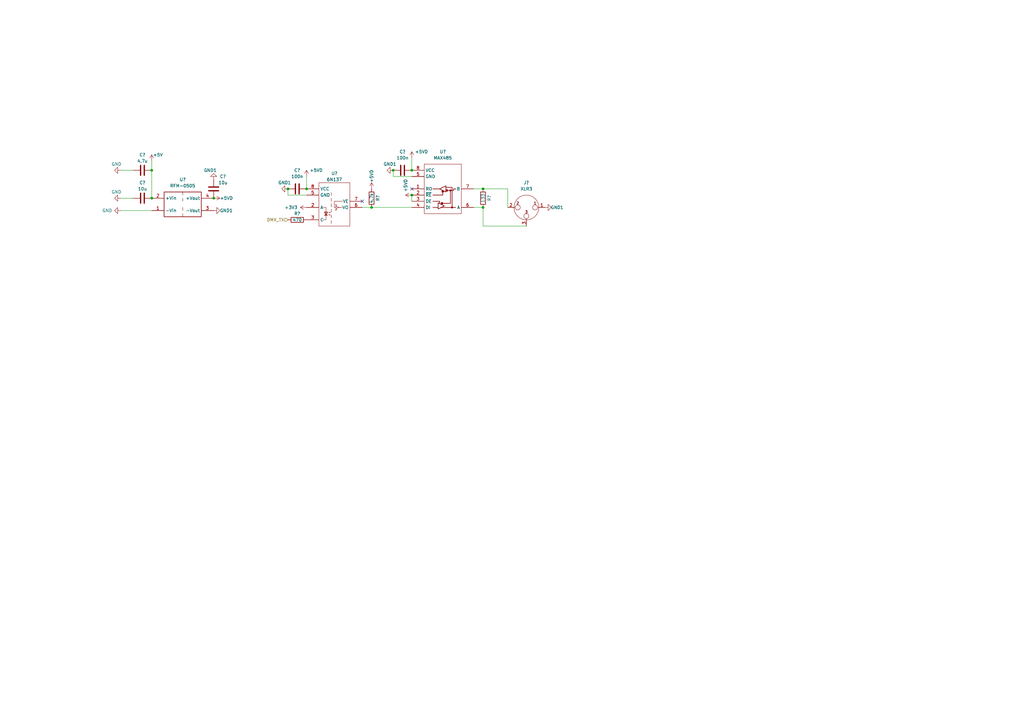
<source format=kicad_sch>
(kicad_sch (version 20211123) (generator eeschema)
  (paper "A3")
  (lib_symbols
    (symbol "Connector:XLR3" (pin_names hide)
      (property "Reference" "J4" (at 0 10.16 0))
      (property "Value" "XLR3" (at 0 7.62 0))
      (symbol "XLR3_0_1"
        (circle (center -3.556 0) (radius 1.016))
        (circle (center 0 -3.556) (radius 1.016))
        (polyline (pts (xy -5.08 0) (xy -4.572 0)))
        (polyline (pts (xy 0 -5.08) (xy 0 -4.572)))
        (polyline (pts (xy 5.08 0) (xy 4.572 0)))
        (circle (center 0 0) (radius 5.08))
        (circle (center 3.556 0) (radius 1.016))
        (text "1" (at -3.556 1.778 0) (effects (font (size 1.016 1.016) bold)))
        (text "2" (at 3.556 1.778 0) (effects (font (size 1.016 1.016) bold)))
        (text "3" (at 0 -1.778 0) (effects (font (size 1.016 1.016) bold)))
        (pin passive line (at -7.62 0 0) (length 2.54) (name "~") (number "1"))
        (pin passive line (at 7.62 0 180) (length 2.54) (name "~") (number "2"))
        (pin passive line (at 0 -7.62 90) (length 2.54) (name "~") (number "3"))
      )
    )
    (symbol "Device:C" (pin_numbers hide) (pin_names (offset 0.254))
      (property "Reference" "C" (at 0.635 2.54 0))
      (property "Value" "C" (at 0.635 -2.54 0))
      (symbol "C_0_1"
        (polyline (pts (xy -2.032 -0.762) (xy 2.032 -0.762)) (stroke (width 0.508)))
        (polyline (pts (xy -2.032 0.762) (xy 2.032 0.762)) (stroke (width 0.508)))
      )
      (symbol "C_1_1"
        (pin passive line (at 0 3.81 270) (length 2.794) (name "~") (number "1"))
        (pin passive line (at 0 -3.81 90) (length 2.794) (name "~") (number "2"))
      )
    )
    (symbol "Device:R" (pin_numbers hide) (pin_names (offset 0))
      (property "Reference" "R" (at 2.032 0 90))
      (property "Value" "R" (at 0 0 90))
      (symbol "R_0_1"
        (rectangle (start -1.016 -2.54) (end 1.016 2.54) (stroke (width 0.254)))
      )
      (symbol "R_1_1"
        (pin passive line (at 0 3.81 270) (length 1.27) (name "~") (number "1"))
        (pin passive line (at 0 -3.81 90) (length 1.27) (name "~") (number "2"))
      )
    )
    (symbol "igor_lib:6N137"
      (property "Reference" "U11" (at 6.35 21.59 0))
      (property "Value" "6N137" (at 6.35 19.05 0))
      (symbol "6N137_0_1"
        (polyline (pts (xy 6.985 8.89) (xy 6.985 6.35)))
        (polyline (pts (xy 9.652 7.62) (xy 8.7376 7.62)))
        (polyline (pts (xy 1.7526 2.54) (xy 2.8956 2.54) (xy 2.8956 7.62) (xy 1.7526 7.62)))
        (polyline (pts (xy 9.652 10.16) (xy 6.35 10.16) (xy 6.35 7.62) (xy 6.985 7.62)))
        (arc (start 6.985 8.89) (mid 6.087 6.722) (end 8.255 7.62))
        (arc (start 8.255 7.62) (mid 6.087 8.518) (end 6.985 6.35))
        (circle (center 8.509 7.62) (radius 0.1796) (stroke (width 0.05)))
      )
      (symbol "6N137_1_1"
        (polyline (pts (xy 2.2606 4.445) (xy 3.5306 4.445)) (stroke (width 0.254)))
        (polyline (pts (xy 5.0546 2.286) (xy 5.0546 1.016)))
        (polyline (pts (xy 5.0546 4.572) (xy 5.0546 3.302)))
        (polyline (pts (xy 5.0546 6.858) (xy 5.0546 5.588)))
        (polyline (pts (xy 5.0546 9.144) (xy 5.0546 7.874)))
        (polyline (pts (xy 5.0546 11.43) (xy 5.0546 10.16)))
        (polyline (pts (xy 5.0546 13.716) (xy 5.0546 12.446)))
        (polyline (pts (xy 2.8956 4.445) (xy 2.2606 5.715) (xy 3.5306 5.715) (xy 2.8956 4.445)) (stroke (width 0.254)))
        (polyline (pts (xy 3.9116 4.572) (xy 4.6736 4.572) (xy 4.2926 4.445) (xy 4.2926 4.699) (xy 4.6736 4.572)) (stroke (width 0.127)))
        (polyline (pts (xy 3.9116 5.588) (xy 4.6736 5.588) (xy 4.2926 5.461) (xy 4.2926 5.715) (xy 4.6736 5.588)) (stroke (width 0.127)))
        (rectangle (start 0 17.78) (end 12.7 0))
        (pin no_connect line (at -5.08 10.16 0) (length 5.08) hide (name "NC") (number "1"))
        (pin passive line (at -5.08 7.62 0) (length 5.08) (name "A") (number "2"))
        (pin passive line (at -5.08 2.54 0) (length 5.08) (name "C") (number "3"))
        (pin no_connect line (at -5.08 10.16 0) (length 5.08) hide (name "NC") (number "4"))
        (pin power_in line (at -5.08 12.7 0) (length 5.08) (name "GND") (number "5"))
        (pin open_collector line (at 17.78 7.62 180) (length 5.08) (name "VO") (number "6"))
        (pin input line (at 17.78 10.16 180) (length 5.08) (name "VE") (number "7"))
        (pin power_in line (at -5.08 15.24 0) (length 5.08) (name "VCC") (number "8"))
      )
    )
    (symbol "igor_lib:MAX485"
      (property "Reference" "U?" (at 7.62 24.13 0))
      (property "Value" "MAX485" (at 7.62 21.59 0))
      (symbol "MAX485_0_1"
        (polyline (pts (xy 3.556 2.54) (xy 5.715 2.54)) (stroke (width 0.254)))
        (polyline (pts (xy 3.556 10.16) (xy 6.35 10.16)) (stroke (width 0.254)))
        (polyline (pts (xy 6.35 4.4196) (xy 6.35 4.1656)) (stroke (width 0.254)))
        (polyline (pts (xy 6.985 2.54) (xy 12.954 2.54)) (stroke (width 0.254)))
        (polyline (pts (xy 3.556 5.08) (xy 6.35 5.08) (xy 6.35 4.445)) (stroke (width 0.254)))
        (polyline (pts (xy 7.62 8.89) (xy 7.62 7.62) (xy 3.556 7.62)) (stroke (width 0.254)))
        (polyline (pts (xy 8.89 10.795) (xy 11.43 10.795) (xy 11.43 2.54)) (stroke (width 0.254)))
        (polyline (pts (xy 10.7442 9.6266) (xy 10.7442 4.2418) (xy 7.747 4.2418)) (stroke (width 0.254)))
        (polyline (pts (xy 5.715 4.445) (xy 5.715 1.905) (xy 8.255 3.175) (xy 5.715 4.445)) (stroke (width 0.254)))
        (polyline (pts (xy 6.35 10.16) (xy 8.89 11.43) (xy 8.89 8.89) (xy 6.35 10.16)) (stroke (width 0.254)))
        (polyline (pts (xy 9.525 9.525) (xy 12.065 9.525) (xy 12.065 10.16) (xy 12.954 10.16)) (stroke (width 0.254)))
        (rectangle (start 0 20.32) (end 15.24 0))
        (circle (center 7.2898 4.2418) (radius 0.3556) (stroke (width 0.254)) (fill (type outline)))
        (circle (center 7.5946 9.1186) (radius 0.3556) (stroke (width 0.254)) (fill (type outline)))
        (rectangle (start 8.89 10.795) (end 8.89 10.795))
        (circle (center 9.271 9.525) (radius 0.3556) (stroke (width 0.254)) (fill (type outline)))
        (circle (center 10.7442 9.525) (radius 0.3556) (stroke (width 0.0025)) (fill (type outline)))
        (circle (center 11.43 2.54) (radius 0.3556) (stroke (width 0.0025)) (fill (type outline)))
      )
      (symbol "MAX485_1_1"
        (pin output line (at -5.08 10.16 0) (length 5.08) (name "RO") (number "1"))
        (pin input line (at -5.08 7.62 0) (length 5.08) (name "~{RE}") (number "2"))
        (pin input line (at -5.08 5.08 0) (length 5.08) (name "DE") (number "3"))
        (pin input line (at -5.08 2.54 0) (length 5.08) (name "DI") (number "4"))
        (pin power_in line (at -5.08 15.24 0) (length 5.08) (name "GND") (number "5"))
        (pin bidirectional line (at 20.32 2.54 180) (length 5.08) (name "A") (number "6"))
        (pin bidirectional line (at 20.32 10.16 180) (length 5.08) (name "B") (number "7"))
        (pin power_in line (at -5.08 17.78 0) (length 5.08) (name "VCC") (number "8"))
      )
    )
    (symbol "igor_lib:RFM-0505"
      (property "Reference" "U?" (at 7.62 13.97 0))
      (property "Value" "RFM-0505" (at 7.62 11.43 0))
      (symbol "RFM-0505_0_0"
        (pin power_in line (at -5.08 2.54 0) (length 5.08) (name "-Vin") (number "1"))
        (pin power_in line (at -5.08 7.62 0) (length 5.08) (name "+Vin") (number "2"))
        (pin power_out line (at 20.32 2.54 180) (length 5.08) (name "-Vout") (number "3"))
        (pin power_out line (at 20.32 7.62 180) (length 5.08) (name "+Vout") (number "4"))
      )
      (symbol "RFM-0505_0_1"
        (polyline (pts (xy 7.62 1.27) (xy 7.62 0)))
        (polyline (pts (xy 7.62 3.81) (xy 7.62 2.54)))
        (polyline (pts (xy 7.62 7.62) (xy 7.62 6.35)))
        (polyline (pts (xy 7.62 10.16) (xy 7.62 8.89)))
        (rectangle (start 0 10.16) (end 15.24 0) (stroke (width 0.254)))
      )
    )
    (symbol "power:+3.3V" (power) (pin_names (offset 0))
      (property "Value" "+3.3V" (at 0 3.556 0))
      (symbol "+3.3V_0_1"
        (polyline (pts (xy -0.762 1.27) (xy 0 2.54)))
        (polyline (pts (xy 0 0) (xy 0 2.54)))
        (polyline (pts (xy 0 2.54) (xy 0.762 1.27)))
      )
      (symbol "+3.3V_1_1"
        (pin power_in line (at 0 0 90) (length 0) hide (name "+3V3") (number "1"))
      )
    )
    (symbol "power:+5V" (power) (pin_names (offset 0))
      (property "Value" "+5V" (at 0 3.556 0))
      (symbol "+5V_0_1"
        (polyline (pts (xy -0.762 1.27) (xy 0 2.54)))
        (polyline (pts (xy 0 0) (xy 0 2.54)))
        (polyline (pts (xy 0 2.54) (xy 0.762 1.27)))
      )
      (symbol "+5V_1_1"
        (pin power_in line (at 0 0 90) (length 0) hide (name "+5V") (number "1"))
      )
    )
    (symbol "power:+5VD" (power) (pin_names (offset 0))
      (property "Value" "+5VD" (at 0 3.556 0))
      (symbol "+5VD_0_1"
        (polyline (pts (xy -0.762 1.27) (xy 0 2.54)))
        (polyline (pts (xy 0 0) (xy 0 2.54)))
        (polyline (pts (xy 0 2.54) (xy 0.762 1.27)))
      )
      (symbol "+5VD_1_1"
        (pin power_in line (at 0 0 90) (length 0) hide (name "+5VD") (number "1"))
      )
    )
    (symbol "power:GND" (power) (pin_names (offset 0))
      (property "Value" "GND" (at 0 -3.81 0))
      (symbol "GND_0_1"
        (polyline (pts (xy 0 0) (xy 0 -1.27) (xy 1.27 -1.27) (xy 0 -2.54) (xy -1.27 -1.27) (xy 0 -1.27)))
      )
      (symbol "GND_1_1"
        (pin power_in line (at 0 0 270) (length 0) hide (name "GND") (number "1"))
      )
    )
    (symbol "power:GND1" (power) (pin_names (offset 0))
      (property "Value" "GND1" (at 0 -3.81 0))
      (symbol "GND1_0_1"
        (polyline (pts (xy 0 0) (xy 0 -1.27) (xy 1.27 -1.27) (xy 0 -2.54) (xy -1.27 -1.27) (xy 0 -1.27)))
      )
      (symbol "GND1_1_1"
        (pin power_in line (at 0 0 270) (length 0) hide (name "GND1") (number "1"))
      )
    )
  )
  (junction (at 125.73 77.47))
  (junction (at 152.4 85.09))
  (junction (at 87.63 81.28))
  (junction (at 62.23 69.85))
  (junction (at 62.23 81.28))
  (junction (at 118.11 77.47))
  (junction (at 161.29 69.85))
  (junction (at 168.91 80.01))
  (junction (at 198.12 85.09))
  (junction (at 198.12 77.47))
  (junction (at 168.91 69.85))
  (no_connect (at 168.91 77.47))
  (no_connect (at 148.59 82.55))
  (wire (pts (xy 161.29 72.39) (xy 161.29 69.85)))
  (wire (pts (xy 152.4 85.09) (xy 168.91 85.09)))
  (wire (pts (xy 168.91 80.01) (xy 168.91 82.55)))
  (wire (pts (xy 148.59 85.09) (xy 152.4 85.09)))
  (wire (pts (xy 118.11 80.01) (xy 118.11 77.47)))
  (wire (pts (xy 62.23 69.85) (xy 62.23 81.28)))
  (wire (pts (xy 194.31 77.47) (xy 198.12 77.47)))
  (wire (pts (xy 198.12 77.47) (xy 208.28 77.47)))
  (wire (pts (xy 49.53 86.36) (xy 62.23 86.36)))
  (wire (pts (xy 168.91 72.39) (xy 161.29 72.39)))
  (wire (pts (xy 198.12 85.09) (xy 198.12 92.71)))
  (wire (pts (xy 125.73 72.39) (xy 125.73 77.47)))
  (wire (pts (xy 125.73 80.01) (xy 118.11 80.01)))
  (wire (pts (xy 168.91 64.77) (xy 168.91 69.85)))
  (wire (pts (xy 49.53 81.28) (xy 54.61 81.28)))
  (wire (pts (xy 208.28 85.09) (xy 208.28 77.47)))
  (wire (pts (xy 198.12 92.71) (xy 215.9 92.71)))
  (wire (pts (xy 62.23 66.04) (xy 62.23 69.85)))
  (wire (pts (xy 49.53 69.85) (xy 54.61 69.85)))
  (wire (pts (xy 194.31 85.09) (xy 198.12 85.09)))
  (hierarchical_label "DMX_TX" (shape input) (at 118.11 90.17 180))
  (symbol (lib_id "Connector:XLR3") (at 215.9 85.09 0) (mirror y) (unit 1)
    (property "Reference" "J?" (at 215.9 74.93 0))
    (property "Value" "XLR3" (at 215.9 77.47 0))
    (property "Footprint" "igor_footprint_lib:TRAPC3MX" (effects hide))
    (property "Datasheet" " ~" (effects hide))
  )
  (symbol (lib_id "power:GND1") (at 223.52 85.09 90) (unit 1)
    (property "Reference" "#PWR?" (effects hide))
    (property "Value" "GND1" (at 231.14 85.09 90) (effects (justify left)))
  )
  (symbol (lib_id "power:GND1") (at 118.11 77.47 270) (mirror x) (unit 1)
    (property "Reference" "#PWR?" (effects hide))
    (property "Value" "GND1" (at 119.38 74.93 90) (effects (justify right)))
  )
  (symbol (lib_id "igor_lib:6N137") (at 130.81 92.71 0) (unit 1)
    (property "Reference" "U?" (at 137.16 71.12 0))
    (property "Value" "6N137" (at 137.16 73.66 0))
    (property "Footprint" "Package_SO:SSO-8_6.7x9.8mm_P2.54mm_Clearance8mm" (effects hide))
    (property "Datasheet" "https://docs.broadcom.com/docs/AV02-0940EN" (effects hide))
    (property "LCSC" "C92651" (effects hide))
  )
  (symbol (lib_id "power:GND1") (at 87.63 86.36 90) (mirror x) (unit 1)
    (property "Reference" "#PWR?" (effects hide))
    (property "Value" "GND1" (at 90.17 86.36 90) (effects (justify right)))
  )
  (symbol (lib_id "power:+3.3V") (at 125.73 85.09 90) (unit 1)
    (property "Reference" "#PWR?" (effects hide))
    (property "Value" "+3.3V" (at 119.38 85.09 90))
  )
  (symbol (lib_id "power:+5VD") (at 87.63 81.28 270) (unit 1)
    (property "Reference" "#PWR?" (effects hide))
    (property "Value" "+5VD" (at 90.17 81.28 90) (effects (justify left)))
  )
  (symbol (lib_id "Device:C") (at 58.42 81.28 90) (unit 1)
    (property "Reference" "C?" (at 58.42 74.93 90))
    (property "Value" "10u" (at 58.42 77.47 90))
    (property "Footprint" "Capacitor_SMD:C_0402_1005Metric" (effects hide))
    (property "LCSC" "C23733" (effects hide))
  )
  (symbol (lib_id "igor_lib:MAX485") (at 173.99 87.63 0) (unit 1)
    (property "Reference" "U?" (at 181.61 62.23 0))
    (property "Value" "MAX485" (at 181.61 64.77 0))
    (property "Footprint" "Package_SO:SO-8_3.9x4.9mm_P1.27mm" (effects hide))
    (property "LCSC" "C19738" (effects hide))
  )
  (symbol (lib_id "power:GND1") (at 87.63 73.66 0) (mirror x) (unit 1)
    (property "Reference" "#PWR?" (effects hide))
    (property "Value" "GND1" (at 88.9 69.85 0) (effects (justify right)))
  )
  (symbol (lib_id "Device:C") (at 58.42 69.85 90) (unit 1)
    (property "Reference" "C?" (at 58.42 63.5 90))
    (property "Value" "4.7u" (at 58.42 66.04 90))
    (property "Footprint" "Capacitor_SMD:C_0402_1005Metric" (effects hide))
    (property "LCSC" "C23733" (effects hide))
  )
  (symbol (lib_id "power:GND") (at 49.53 81.28 270) (unit 1)
    (property "Reference" "#PWR?" (effects hide))
    (property "Value" "GND" (at 45.72 78.74 90) (effects (justify left)))
  )
  (symbol (lib_id "power:+5V") (at 62.23 66.04 0) (unit 1)
    (property "Reference" "#PWR?" (effects hide))
    (property "Value" "+5V" (at 64.77 63.5 0))
  )
  (symbol (lib_id "Device:C") (at 165.1 69.85 90) (unit 1)
    (property "Reference" "C?" (at 165.1 62.23 90))
    (property "Value" "100n" (at 165.1 64.77 90))
    (property "Footprint" "Capacitor_SMD:C_0402_1005Metric" (effects hide))
    (property "LCSC" "C1525" (effects hide))
  )
  (symbol (lib_id "power:+5VD") (at 168.91 80.01 90) (unit 1)
    (property "Reference" "#PWR?" (effects hide))
    (property "Value" "+5VD" (at 166.37 78.74 0) (effects (justify left)))
  )
  (symbol (lib_id "power:+5VD") (at 152.4 77.47 0) (unit 1)
    (property "Reference" "#PWR?" (effects hide))
    (property "Value" "+5VD" (at 152.4 74.93 90) (effects (justify left)))
  )
  (symbol (lib_id "Device:R") (at 121.92 90.17 90) (unit 1)
    (property "Reference" "R?" (at 121.92 87.63 90))
    (property "Value" "470" (at 121.92 90.17 90))
    (property "Footprint" "Resistor_SMD:R_0402_1005Metric" (effects hide))
    (property "LCSC" "C25117" (effects hide))
  )
  (symbol (lib_id "Device:R") (at 198.12 81.28 0) (unit 1)
    (property "Reference" "R?" (at 200.66 81.28 90))
    (property "Value" "133" (at 198.12 81.28 90))
    (property "Footprint" "Resistor_SMD:R_0402_1005Metric" (effects hide))
    (property "LCSC" "C497125" (effects hide))
  )
  (symbol (lib_id "Device:R") (at 152.4 81.28 0) (unit 1)
    (property "Reference" "R?" (at 154.94 81.28 90))
    (property "Value" "4.7k" (at 152.4 81.28 90))
    (property "Footprint" "Resistor_SMD:R_0402_1005Metric" (effects hide))
    (property "LCSC" "C25900" (effects hide))
  )
  (symbol (lib_id "power:GND1") (at 161.29 69.85 270) (unit 1)
    (property "Reference" "#PWR?" (effects hide))
    (property "Value" "GND1" (at 162.56 67.31 90) (effects (justify right)))
  )
  (symbol (lib_id "power:GND") (at 49.53 69.85 270) (unit 1)
    (property "Reference" "#PWR?" (effects hide))
    (property "Value" "GND" (at 45.72 67.31 90) (effects (justify left)))
  )
  (symbol (lib_id "Device:C") (at 87.63 77.47 0) (unit 1)
    (property "Reference" "C?" (at 91.44 72.39 0))
    (property "Value" "10u" (at 91.44 74.93 0))
    (property "Footprint" "Capacitor_SMD:C_0402_1005Metric" (effects hide))
    (property "LCSC" "C15525" (effects hide))
  )
  (symbol (lib_id "igor_lib:RFM-0505") (at 67.31 88.9 0) (unit 1)
    (property "Reference" "U?" (at 74.93 73.66 0))
    (property "Value" "RFM-0505" (at 74.93 76.2 0))
    (property "Footprint" "igor_footprint_lib:RFM-0505" (effects hide))
    (property "LCSC" "C131038" (effects hide))
  )
  (symbol (lib_id "power:+5VD") (at 125.73 72.39 0) (unit 1)
    (property "Reference" "#PWR?" (effects hide))
    (property "Value" "+5VD" (at 127 69.85 0) (effects (justify left)))
  )
  (symbol (lib_id "power:+5VD") (at 168.91 64.77 0) (unit 1)
    (property "Reference" "#PWR?" (effects hide))
    (property "Value" "+5VD" (at 170.18 62.23 0) (effects (justify left)))
  )
  (symbol (lib_id "Device:C") (at 121.92 77.47 90) (unit 1)
    (property "Reference" "C?" (at 121.92 69.85 90))
    (property "Value" "100n" (at 121.92 72.39 90))
    (property "Footprint" "Capacitor_SMD:C_0402_1005Metric" (effects hide))
    (property "LCSC" "C1525" (effects hide))
  )
  (symbol (lib_id "power:GND") (at 49.53 86.36 270) (mirror x) (unit 1)
    (property "Reference" "#PWR?" (effects hide))
    (property "Value" "GND" (at 41.91 86.36 90) (effects (justify left)))
  )
)
</source>
